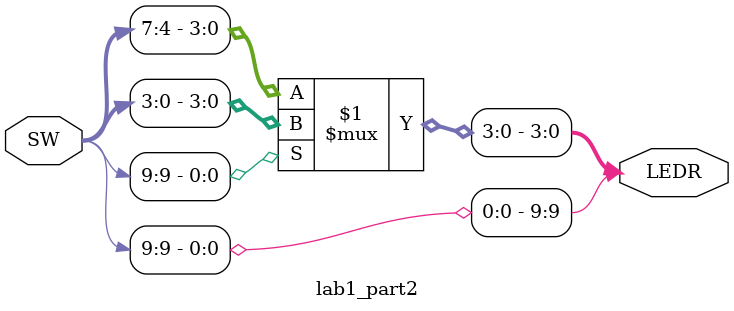
<source format=v>
module lab1_part2 (SW, LEDR);
input [9:0] SW; // slide switches
output [9:0] LEDR; // red LEDs

assign LEDR[9] = SW[9];
assign LEDR[3:0] = SW[9]? SW[3:0] : SW[7:4];

endmodule 
</source>
